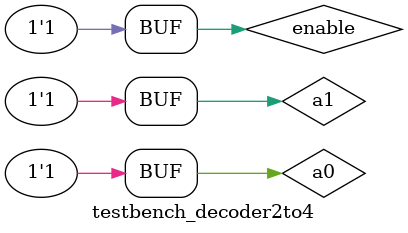
<source format=sv>
`timescale 1ns / 1ps
module testbench_decoder2to4();
    logic a0, a1, enable;
    logic y0, y1, y2, y3;
// instantiate device under test
    decoder2to4 dut( a0, a1, enable, y0, y1, y2, y3);
// apply inputs one at a time
    initial begin
    enable = 0; a0 = 0; a1 = 0; #10;
    a1 = 1; #10;
    a0 = 1; a1 = 0; #10;
    a1 = 1; #10;
    enable = 1; a0 = 0; a1 = 0; #10;
    a1 = 1; #10;
    a0 = 1; a1 = 0; #10;
    a1 = 1; #10;
    end
endmodule

</source>
